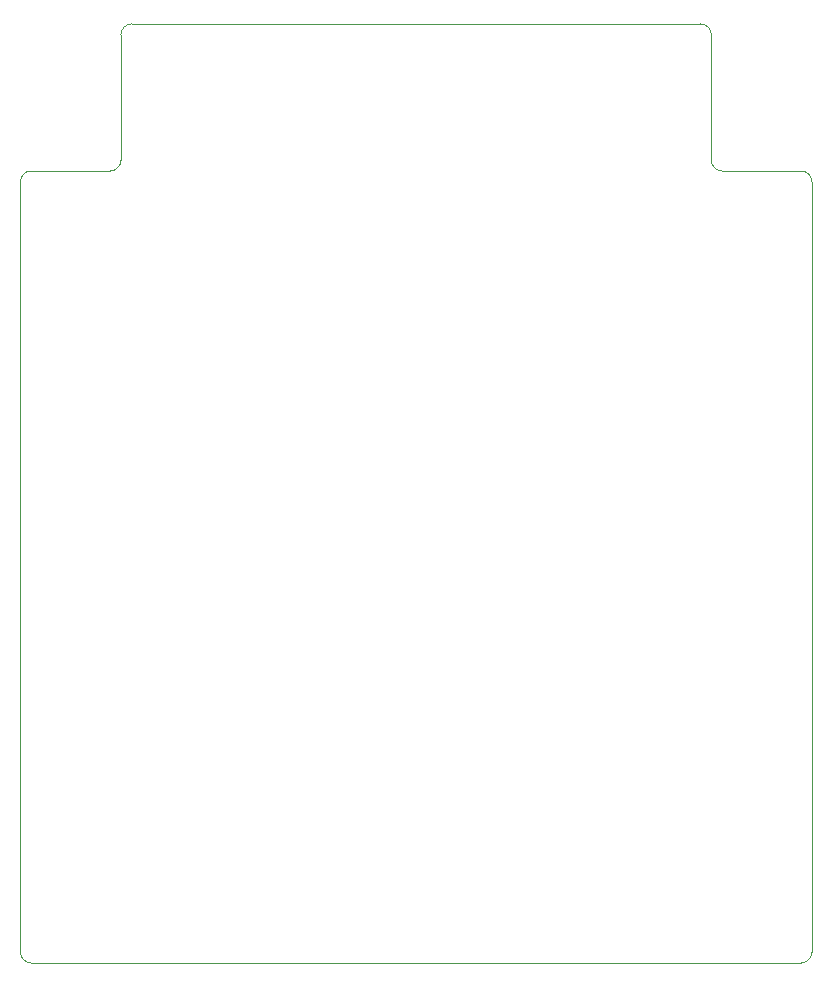
<source format=gbr>
G04 (created by PCBNEW (2013-07-07 BZR 4022)-stable) date Tue 23 Jul 2013 03:58:13 PM NZST*
%MOIN*%
G04 Gerber Fmt 3.4, Leading zero omitted, Abs format*
%FSLAX34Y34*%
G01*
G70*
G90*
G04 APERTURE LIST*
%ADD10C,0.00590551*%
%ADD11C,0.00393701*%
G04 APERTURE END LIST*
G54D10*
G54D11*
X20000Y-50940D02*
G75*
G03X20360Y-51300I360J0D01*
G74*
G01*
X46020Y-51300D02*
G75*
G03X46380Y-50940I0J360D01*
G74*
G01*
X46380Y-25260D02*
G75*
G03X46020Y-24900I-360J0D01*
G74*
G01*
X43030Y-24540D02*
G75*
G03X43390Y-24900I360J0D01*
G74*
G01*
X43030Y-20360D02*
G75*
G03X42670Y-20000I-360J0D01*
G74*
G01*
X23710Y-20000D02*
G75*
G03X23350Y-20360I0J-360D01*
G74*
G01*
X23350Y-24540D02*
G75*
G02X22990Y-24900I-360J0D01*
G74*
G01*
X20360Y-24900D02*
G75*
G03X20000Y-25260I0J-360D01*
G74*
G01*
X43030Y-24540D02*
X43030Y-20360D01*
X46020Y-24900D02*
X43390Y-24900D01*
X23350Y-24540D02*
X23350Y-20360D01*
X20360Y-24900D02*
X22990Y-24900D01*
X46380Y-50940D02*
X46380Y-25260D01*
X20360Y-51300D02*
X46020Y-51300D01*
X20000Y-25250D02*
X20000Y-50940D01*
X23710Y-20000D02*
X42670Y-20000D01*
M02*

</source>
